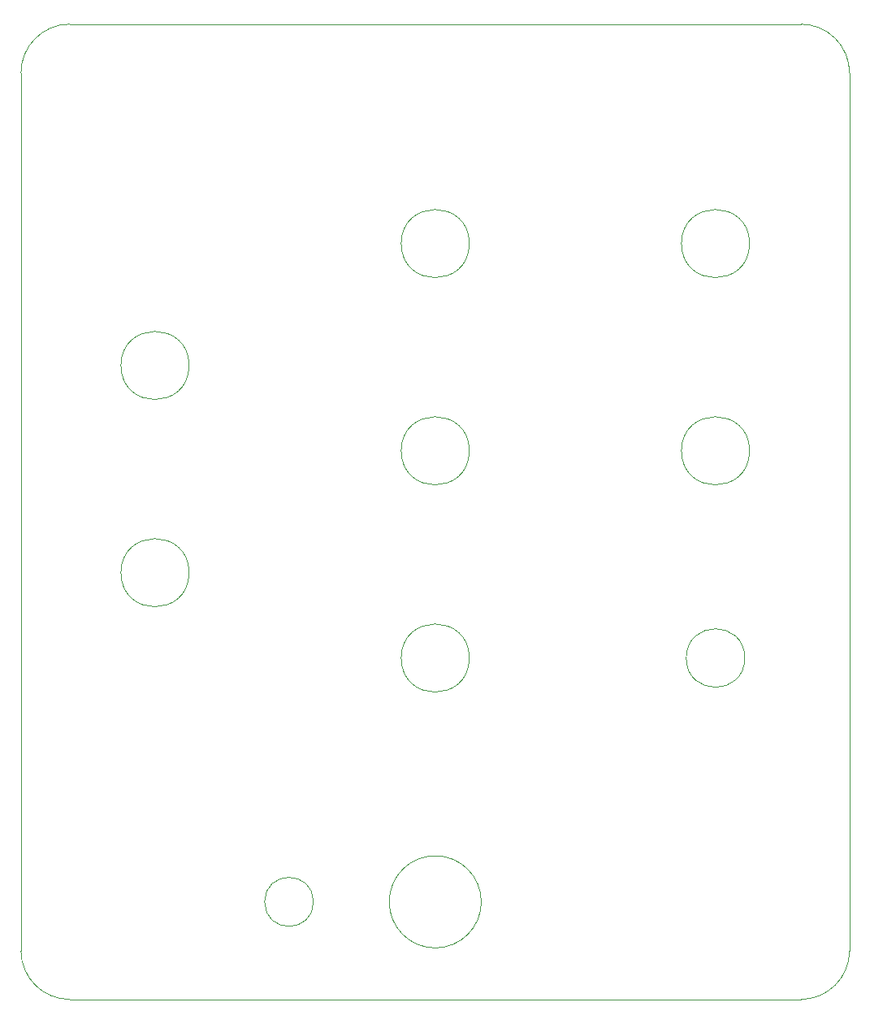
<source format=gm1>
G04 #@! TF.GenerationSoftware,KiCad,Pcbnew,5.1.10-88a1d61d58~88~ubuntu20.04.1*
G04 #@! TF.CreationDate,2021-06-29T16:29:24-04:00*
G04 #@! TF.ProjectId,whooshy_sound_front_panel,77686f6f-7368-4795-9f73-6f756e645f66,0*
G04 #@! TF.SameCoordinates,Original*
G04 #@! TF.FileFunction,Profile,NP*
%FSLAX46Y46*%
G04 Gerber Fmt 4.6, Leading zero omitted, Abs format (unit mm)*
G04 Created by KiCad (PCBNEW 5.1.10-88a1d61d58~88~ubuntu20.04.1) date 2021-06-29 16:29:24*
%MOMM*%
%LPD*%
G01*
G04 APERTURE LIST*
G04 #@! TA.AperFunction,Profile*
%ADD10C,0.050000*%
G04 #@! TD*
G04 APERTURE END LIST*
D10*
X104150000Y-127000000D02*
G75*
G03*
X104150000Y-127000000I-2550000J0D01*
G01*
X121640000Y-127000000D02*
G75*
G03*
X121640000Y-127000000I-4800000J0D01*
G01*
X120390000Y-101600000D02*
G75*
G03*
X120390000Y-101600000I-3550000J0D01*
G01*
X91180000Y-92710000D02*
G75*
G03*
X91180000Y-92710000I-3550000J0D01*
G01*
X149100000Y-101600000D02*
G75*
G03*
X149100000Y-101600000I-3050000J0D01*
G01*
X149600000Y-80010000D02*
G75*
G03*
X149600000Y-80010000I-3550000J0D01*
G01*
X120390000Y-80010000D02*
G75*
G03*
X120390000Y-80010000I-3550000J0D01*
G01*
X91180000Y-71120000D02*
G75*
G03*
X91180000Y-71120000I-3550000J0D01*
G01*
X120390000Y-58420000D02*
G75*
G03*
X120390000Y-58420000I-3550000J0D01*
G01*
X149600000Y-58420000D02*
G75*
G03*
X149600000Y-58420000I-3550000J0D01*
G01*
X154940000Y-35560000D02*
G75*
G02*
X160020000Y-40640000I0J-5080000D01*
G01*
X160020000Y-132080000D02*
G75*
G02*
X154940000Y-137160000I-5080000J0D01*
G01*
X78740000Y-137160000D02*
G75*
G02*
X73660000Y-132080000I0J5080000D01*
G01*
X73660000Y-40640000D02*
G75*
G02*
X78740000Y-35560000I5080000J0D01*
G01*
X154940000Y-35560000D02*
X78740000Y-35560000D01*
X160020000Y-132080000D02*
X160020000Y-40640000D01*
X78740000Y-137160000D02*
X154940000Y-137160000D01*
X73660000Y-40640000D02*
X73660000Y-132080000D01*
M02*

</source>
